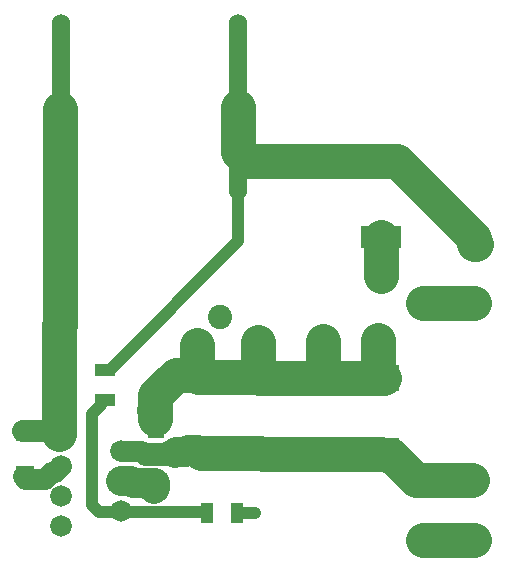
<source format=gbr>
%TF.GenerationSoftware,Altium Limited,Altium Designer,21.6.4 (81)*%
G04 Layer_Physical_Order=1*
G04 Layer_Color=255*
%FSLAX26Y26*%
%MOIN*%
%TF.SameCoordinates,D1CDB01D-C4A6-469F-8C54-8347A019B806*%
%TF.FilePolarity,Positive*%
%TF.FileFunction,Copper,L1,Top,Signal*%
%TF.Part,Single*%
G01*
G75*
%TA.AperFunction,SMDPad,CuDef*%
%ADD10O,0.060000X0.620000*%
%ADD11R,0.099213X0.090945*%
%ADD12R,0.057087X0.051401*%
%ADD13R,0.138000X0.077000*%
%ADD14R,0.063000X0.038000*%
%ADD15R,0.041339X0.070866*%
%ADD16R,0.070866X0.041339*%
%TA.AperFunction,Conductor*%
%ADD17C,0.118110*%
%ADD18C,0.070866*%
%ADD19C,0.039370*%
%ADD20C,0.098425*%
%ADD21C,0.078740*%
%ADD22C,0.051181*%
%ADD23C,0.072047*%
%TA.AperFunction,ComponentPad*%
%ADD24C,0.072000*%
%ADD25R,0.072000X0.072000*%
%ADD26C,0.080709*%
%ADD27C,0.076772*%
%ADD28R,0.076772X0.076772*%
%TA.AperFunction,ViaPad*%
%ADD29C,0.035433*%
%ADD30C,0.023622*%
D10*
X532756Y1881890D02*
D03*
X1122756D02*
D03*
D11*
X1401575Y977362D02*
D03*
Y733268D02*
D03*
X986220Y982283D02*
D03*
Y738189D02*
D03*
X1191929Y979331D02*
D03*
Y735236D02*
D03*
X1607283Y977362D02*
D03*
Y733268D02*
D03*
D12*
X846457Y799323D02*
D03*
Y736110D02*
D03*
D13*
X1599409Y1679976D02*
D03*
Y1447976D02*
D03*
D14*
X412401Y667394D02*
D03*
Y783394D02*
D03*
D15*
X1017716Y528543D02*
D03*
X1118110D02*
D03*
D16*
X679134Y1003937D02*
D03*
Y903543D02*
D03*
D17*
X527559Y1152559D02*
Y1875000D01*
X1122756Y1729842D02*
Y1881890D01*
X1404527Y994095D02*
Y1100394D01*
X1599409Y1315945D02*
Y1447976D01*
X913676Y988189D02*
X986220D01*
X988189D01*
X844488Y868110D02*
Y919002D01*
X1737205Y1225394D02*
X1907480D01*
X1739173Y437992D02*
X1907480D01*
X998031Y726378D02*
X1193898D01*
X1203740Y723425D02*
X1402559D01*
X1410433Y724409D02*
X1598425D01*
X1630906Y720472D02*
X1713583Y637795D01*
X1614173Y720472D02*
X1630906D01*
X1713583Y637795D02*
X1901575D01*
X842520Y870079D02*
X844488Y868110D01*
X988189Y988189D02*
X992126Y992126D01*
X986220Y988189D02*
Y1088583D01*
Y982284D02*
Y988189D01*
X844488Y919002D02*
X913676Y988189D01*
X844488Y841535D02*
Y868110D01*
X987697Y980807D02*
X1190453D01*
X525591Y790157D02*
Y1153543D01*
X1913386Y1422244D02*
X1915354Y1424213D01*
X1906496Y1437008D02*
Y1444882D01*
X1907480Y1422244D02*
X1913386D01*
X1401575Y977362D02*
X1607283D01*
X1192913Y978346D02*
X1400591D01*
X1187992Y991142D02*
Y1097441D01*
X1588582Y997047D02*
Y1103347D01*
X1122756Y1729842D02*
X1151811Y1700787D01*
X1650591D01*
X1906496Y1444882D01*
D18*
X809639Y720472D02*
X988189D01*
X732283Y733465D02*
X796647D01*
X809639Y720472D01*
X531976Y683465D02*
X532283D01*
X403543Y648622D02*
X410860Y641305D01*
X477789D01*
X499381Y662898D02*
X511410D01*
X531976Y683465D01*
X477789Y641305D02*
X499381Y662898D01*
D19*
X1118110Y528543D02*
X1179134D01*
X1016732Y531004D02*
X1017716Y531988D01*
X734744Y531004D02*
X1016732D01*
X734252Y531496D02*
X734252D01*
X734252D02*
X734744Y531004D01*
X1017716Y531988D02*
Y532480D01*
X846457Y736110D02*
X859251Y723316D01*
X844488Y801291D02*
X846457Y799323D01*
X844488Y801291D02*
Y841535D01*
X1122756Y1432795D02*
Y1729842D01*
X682087Y1003937D02*
X693898D01*
X1122756Y1432795D01*
X664370Y903543D02*
X679134D01*
X663386Y887795D02*
Y902559D01*
X664370Y903543D01*
X633858Y858268D02*
X663386Y887795D01*
X633858Y554559D02*
X656921Y531496D01*
X633858Y554559D02*
Y858268D01*
X656921Y531496D02*
X734252D01*
X732283Y533465D02*
X734252Y531496D01*
X1904527Y634842D02*
X1907480D01*
X1599409Y1315945D02*
X1600394Y1314961D01*
X1595472Y1683913D02*
X1599409Y1679976D01*
D20*
X771264Y627827D02*
X844614D01*
X986220Y736614D02*
Y738189D01*
Y736614D02*
X986614Y736221D01*
X955056Y737795D02*
X985827D01*
X948450Y731190D02*
X955056Y737795D01*
X842520Y607902D02*
X844614Y609996D01*
Y627827D01*
X732283Y633465D02*
X765626D01*
X771264Y627827D01*
X913479Y731190D02*
X948450D01*
X909987Y727698D02*
X913479Y731190D01*
D21*
X891685Y723316D02*
X896067Y727698D01*
X909987D01*
X878936Y723316D02*
X891685D01*
D22*
X859251D02*
X878936D01*
D23*
X404527Y801181D02*
X514567D01*
X525591Y790157D01*
X532283Y783465D01*
D24*
Y483464D02*
D03*
X732283Y533465D02*
D03*
X532283Y583465D02*
D03*
X732283Y633465D02*
D03*
X532283Y683465D02*
D03*
X732283Y733465D02*
D03*
D25*
X532283Y783465D02*
D03*
D26*
X1060827Y1181102D02*
D03*
X529724D02*
D03*
D27*
X1907480Y1422244D02*
D03*
X1907480Y634842D02*
D03*
D28*
X1907480Y1225394D02*
D03*
X1907480Y437992D02*
D03*
D29*
X1374016Y1106299D02*
D03*
X1433071D02*
D03*
X1740158Y408465D02*
D03*
X1741142Y470472D02*
D03*
X1740158Y1194882D02*
D03*
X1741142Y1256890D02*
D03*
X842520Y594488D02*
D03*
Y649606D02*
D03*
X868110Y880905D02*
D03*
X813976Y881890D02*
D03*
X1014764Y1094488D02*
D03*
X955708D02*
D03*
X1617126Y1109252D02*
D03*
X1628937Y1316929D02*
D03*
X1569882D02*
D03*
X1558071Y1109252D02*
D03*
X1216535Y1103346D02*
D03*
X1157480D02*
D03*
D30*
X1176181Y529528D02*
D03*
%TF.MD5,f68e916bb8be2313d0095a72075b5453*%
M02*

</source>
